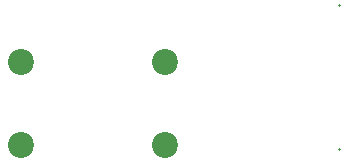
<source format=gtl>
G04 #@! TF.FileFunction,Copper,L1,Top,Signal*
%FSLAX46Y46*%
G04 Gerber Fmt 4.6, Leading zero omitted, Abs format (unit mm)*
G04 Created by KiCad (PCBNEW 4.0.1-stable) date 2016/01/11 12:06:12*
%MOMM*%
G01*
G04 APERTURE LIST*
%ADD10C,0.100000*%
%ADD11C,2.200000*%
%ADD12C,0.254000*%
G04 APERTURE END LIST*
D10*
D11*
X216100000Y-148500000D03*
X203900000Y-148500000D03*
X216100000Y-141500000D03*
X203900000Y-141500000D03*
D12*
X230780000Y-136610000D02*
X230790000Y-136620000D01*
X230760000Y-148820000D02*
X230770000Y-148810000D01*
M02*

</source>
